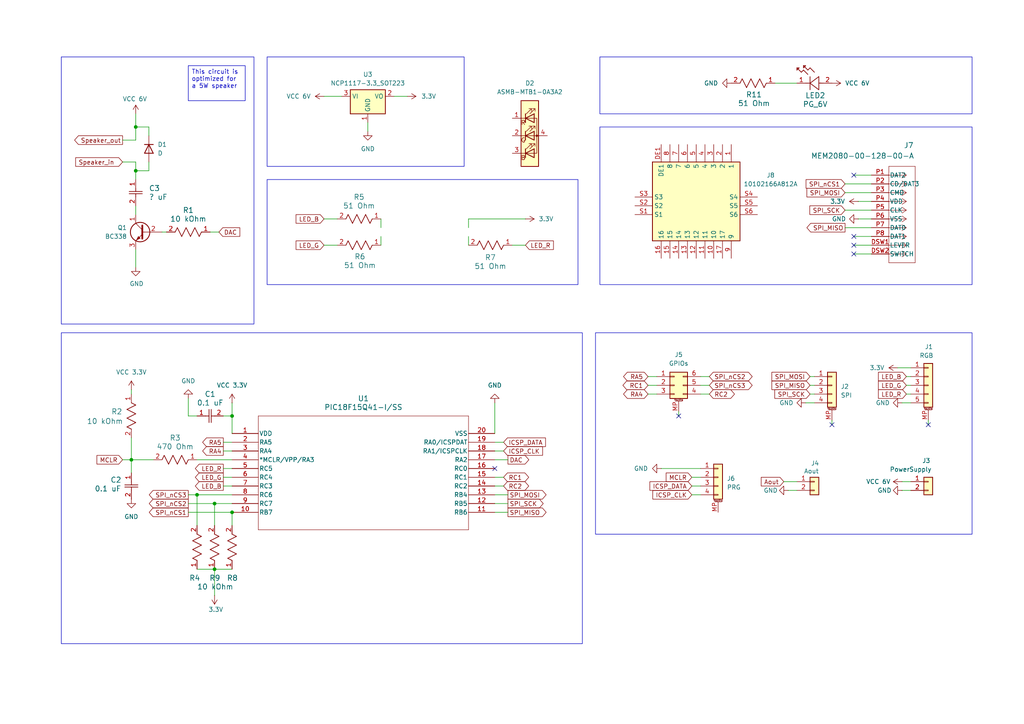
<source format=kicad_sch>
(kicad_sch (version 20231120) (generator "eeschema") (generator_version "8.0")
  (paper "A4")
  (lib_symbols
    (symbol "10102166A812A:10102166A812A"
      (property "Reference" "J" (at 31.75 15.24 0))
      (property "Value" "10102166A812A" (at 31.75 12.7 0))
      (symbol "10102166A812A_1_1"
        (pin passive line (at 27.94 15.24 270) (length 5.08) (name "1") (number "1"))
        (pin passive line (at 22.86 -17.78 90) (length 5.08) (name "10") (number "10"))
        (pin passive line (at 20.32 -17.78 90) (length 5.08) (name "11") (number "11"))
        (pin passive line (at 17.78 -17.78 90) (length 5.08) (name "12") (number "12"))
        (pin passive line (at 15.24 -17.78 90) (length 5.08) (name "13") (number "13"))
        (pin passive line (at 12.7 -17.78 90) (length 5.08) (name "14") (number "14"))
        (pin passive line (at 10.16 -17.78 90) (length 5.08) (name "15") (number "15"))
        (pin passive line (at 7.62 -17.78 90) (length 5.08) (name "16") (number "16"))
        (pin passive line (at 25.4 -17.78 90) (length 5.08) (name "17") (number "17"))
        (pin passive line (at 25.4 15.24 270) (length 5.08) (name "2") (number "2"))
        (pin passive line (at 22.86 15.24 270) (length 5.08) (name "3") (number "3"))
        (pin passive line (at 20.32 15.24 270) (length 5.08) (name "4") (number "4"))
        (pin passive line (at 17.78 15.24 270) (length 5.08) (name "5") (number "5"))
        (pin passive line (at 15.24 15.24 270) (length 5.08) (name "6") (number "6"))
        (pin passive line (at 12.7 15.24 270) (length 5.08) (name "7") (number "7"))
        (pin passive line (at 10.16 15.24 270) (length 5.08) (name "8") (number "8"))
        (pin passive line (at 27.94 -17.78 90) (length 5.08) (name "9") (number "9"))
        (pin passive line (at 7.62 15.24 270) (length 5.08) (name "DE1") (number "DE1"))
        (pin passive line (at 0 -5.08 0) (length 5.08) (name "S1") (number "S1"))
        (pin passive line (at 0 -2.54 0) (length 5.08) (name "S2") (number "S2"))
        (pin passive line (at 0 0 0) (length 5.08) (name "S3") (number "S3"))
        (pin passive line (at 35.56 0 180) (length 5.08) (name "S4") (number "S4"))
        (pin passive line (at 35.56 -2.54 180) (length 5.08) (name "S5") (number "S5"))
        (pin passive line (at 35.56 -5.08 180) (length 5.08) (name "S6") (number "S6"))
      )
    )
    (symbol "C0603C103M5RAC7411:C0603C103M5RAC7411" (pin_names (offset 0.254))
      (property "Reference" "C" (at 3.81 3.81 0))
      (property "Value" "C0603C103M5RAC7411" (at 3.81 -3.81 0))
      (symbol "C0603C103M5RAC7411_1_1"
        (pin unspecified line (at 0 0 0) (length 2.54) (name "") (number "1"))
        (pin unspecified line (at 7.62 0 180) (length 2.54) (name "") (number "2"))
      )
      (symbol "C0603C103M5RAC7411_1_2"
        (pin unspecified line (at 0 0 270) (length 2.54) (name "") (number "1"))
        (pin unspecified line (at 0 -7.62 90) (length 2.54) (name "") (number "2"))
      )
    )
    (symbol "Connector_Generic:Conn_01x02" (pin_names (offset 1.016) hide)
      (property "Reference" "J" (at 0 2.54 0))
      (property "Value" "Conn_01x02" (at 0 -5.08 0))
      (symbol "Conn_01x02_1_1"
        (pin passive line (at -5.08 0 0) (length 3.81) (name "Pin_1") (number "1"))
        (pin passive line (at -5.08 -2.54 0) (length 3.81) (name "Pin_2") (number "2"))
      )
    )
    (symbol "Connector_Generic_MountingPin:Conn_01x04_MountingPin" (pin_names (offset 1.016) hide)
      (property "Reference" "J" (at 0 5.08 0))
      (property "Value" "Conn_01x04_MountingPin" (at 1.27 -7.62 0))
      (symbol "Conn_01x04_MountingPin_1_1"
        (text "Mounting" (at 0 -6.731 0) (effects (font (size 0.381 0.381))))
        (pin passive line (at -5.08 2.54 0) (length 3.81) (name "Pin_1") (number "1"))
        (pin passive line (at -5.08 0 0) (length 3.81) (name "Pin_2") (number "2"))
        (pin passive line (at -5.08 -2.54 0) (length 3.81) (name "Pin_3") (number "3"))
        (pin passive line (at -5.08 -5.08 0) (length 3.81) (name "Pin_4") (number "4"))
        (pin passive line (at 0 -10.16 90) (length 3.048) (name "MountPin") (number "MP"))
      )
    )
    (symbol "Connector_Generic_MountingPin:Conn_01x05_MountingPin" (pin_names (offset 1.016) hide)
      (property "Reference" "J" (at 0 7.62 0))
      (property "Value" "Conn_01x05_MountingPin" (at 1.27 -7.62 0))
      (symbol "Conn_01x05_MountingPin_1_1"
        (text "Mounting" (at 0 -6.731 0) (effects (font (size 0.381 0.381))))
        (pin passive line (at -5.08 5.08 0) (length 3.81) (name "Pin_1") (number "1"))
        (pin passive line (at -5.08 2.54 0) (length 3.81) (name "Pin_2") (number "2"))
        (pin passive line (at -5.08 0 0) (length 3.81) (name "Pin_3") (number "3"))
        (pin passive line (at -5.08 -2.54 0) (length 3.81) (name "Pin_4") (number "4"))
        (pin passive line (at -5.08 -5.08 0) (length 3.81) (name "Pin_5") (number "5"))
        (pin passive line (at 0 -10.16 90) (length 3.048) (name "MountPin") (number "MP"))
      )
    )
    (symbol "Connector_Generic_MountingPin:Conn_02x03_Counter_Clockwise_MountingPin" (pin_names (offset 1.016) hide)
      (property "Reference" "J" (at 1.27 5.08 0))
      (property "Value" "Conn_02x03_Counter_Clockwise_MountingPin" (at 2.54 -5.08 0))
      (symbol "Conn_02x03_Counter_Clockwise_MountingPin_1_1"
        (text "Mounting" (at 1.27 -4.191 0) (effects (font (size 0.381 0.381))))
        (pin passive line (at -5.08 2.54 0) (length 3.81) (name "Pin_1") (number "1"))
        (pin passive line (at -5.08 0 0) (length 3.81) (name "Pin_2") (number "2"))
        (pin passive line (at -5.08 -2.54 0) (length 3.81) (name "Pin_3") (number "3"))
        (pin passive line (at 7.62 -2.54 180) (length 3.81) (name "Pin_4") (number "4"))
        (pin passive line (at 7.62 0 180) (length 3.81) (name "Pin_5") (number "5"))
        (pin passive line (at 7.62 2.54 180) (length 3.81) (name "Pin_6") (number "6"))
        (pin passive line (at 1.27 -7.62 90) (length 3.048) (name "MountPin") (number "MP"))
      )
    )
    (symbol "Device:D" (pin_numbers hide) (pin_names (offset 1.016) hide)
      (property "Reference" "D" (at 0 2.54 0))
      (property "Value" "D" (at 0 -2.54 0))
      (symbol "D_1_1"
        (pin passive line (at -3.81 0 0) (length 2.54) (name "K") (number "1"))
        (pin passive line (at 3.81 0 180) (length 2.54) (name "A") (number "2"))
      )
    )
    (symbol "JB3030AWT-P-B65EA0000-N0000001:JB3030AWT-P-B65EA0000-N0000001" (pin_names (offset 0.254))
      (property "Reference" "LED" (at 5.08 -4.445 0))
      (property "Value" "JB3030AWT-P-B65EA0000-N0000001" (at 5.08 -7.62 0))
      (symbol "JB3030AWT-P-B65EA0000-N0000001_1_1"
        (pin unspecified line (at 10.16 0 180) (length 2.54) (name "") (number "1"))
        (pin unspecified line (at 0 0 0) (length 2.54) (name "") (number "2"))
      )
      (symbol "JB3030AWT-P-B65EA0000-N0000001_1_2"
        (pin unspecified line (at 0 10.16 270) (length 2.54) (name "") (number "1"))
        (pin unspecified line (at 0 0 90) (length 2.54) (name "") (number "2"))
      )
    )
    (symbol "LED:ASMB-MTB1-0A3A2" (pin_names (offset 0) hide)
      (property "Reference" "D" (at 0 12.7 0))
      (property "Value" "ASMB-MTB1-0A3A2" (at 1.27 -11.43 0))
      (symbol "ASMB-MTB1-0A3A2_0_0"
        (text "B" (at -1.905 -6.35 0) (effects (font (size 1.27 1.27))))
        (text "G" (at -1.905 -1.27 0) (effects (font (size 1.27 1.27))))
        (text "R" (at -1.905 3.81 0) (effects (font (size 1.27 1.27))))
      )
      (symbol "ASMB-MTB1-0A3A2_1_1"
        (pin passive line (at -5.08 5.08 0) (length 2.54) (name "RK") (number "1"))
        (pin passive line (at -5.08 0 0) (length 2.54) (name "GK") (number "2"))
        (pin passive line (at -5.08 -5.08 0) (length 2.54) (name "BK") (number "3"))
        (pin passive line (at 5.08 0 180) (length 2.54) (name "A") (number "4"))
      )
    )
    (symbol "MEM2080-00-128-00-A:MEM2080-00-128-00-A" (pin_names (offset 0.254))
      (property "Reference" "J" (at 8.89 6.35 0))
      (property "Value" "MEM2080-00-128-00-A" (at 0 0 0))
      (symbol "MEM2080-00-128-00-A_1_1"
        (pin unspecified line (at 0 -20.32 0) (length 5.08) (name "LEVER") (number "DSW1"))
        (pin unspecified line (at 0 -22.86 0) (length 5.08) (name "SWITCH") (number "DSW2"))
        (pin unspecified line (at 0 0 0) (length 5.08) (name "DAT2") (number "P1"))
        (pin unspecified line (at 0 -2.54 0) (length 5.08) (name "CD/DAT3") (number "P2"))
        (pin unspecified line (at 0 -5.08 0) (length 5.08) (name "CMD") (number "P3"))
        (pin unspecified line (at 0 -7.62 0) (length 5.08) (name "VDD") (number "P4"))
        (pin unspecified line (at 0 -10.16 0) (length 5.08) (name "CLK") (number "P5"))
        (pin unspecified line (at 0 -12.7 0) (length 5.08) (name "VSS") (number "P6"))
        (pin unspecified line (at 0 -15.24 0) (length 5.08) (name "DAT0") (number "P7"))
        (pin unspecified line (at 0 -17.78 0) (length 5.08) (name "DAT1") (number "P8"))
      )
      (symbol "MEM2080-00-128-00-A_1_2"
        (pin unspecified line (at 0 -20.32 0) (length 5.08) (name "LEVER") (number "DSW1"))
        (pin unspecified line (at 0 -22.86 0) (length 5.08) (name "SWITCH") (number "DSW2"))
        (pin unspecified line (at 0 0 0) (length 5.08) (name "DAT2") (number "P1"))
        (pin unspecified line (at 0 -2.54 0) (length 5.08) (name "CD/DAT3") (number "P2"))
        (pin unspecified line (at 0 -5.08 0) (length 5.08) (name "CMD") (number "P3"))
        (pin unspecified line (at 0 -7.62 0) (length 5.08) (name "VDD") (number "P4"))
        (pin unspecified line (at 0 -10.16 0) (length 5.08) (name "CLK") (number "P5"))
        (pin unspecified line (at 0 -12.7 0) (length 5.08) (name "VSS") (number "P6"))
        (pin unspecified line (at 0 -15.24 0) (length 5.08) (name "DAT0") (number "P7"))
        (pin unspecified line (at 0 -17.78 0) (length 5.08) (name "DAT1") (number "P8"))
      )
    )
    (symbol "PIC18F15Q41-I-SS:PIC18F15Q41-I_SS" (pin_names (offset 0.254))
      (property "Reference" "U" (at 38.1 10.16 0))
      (property "Value" "PIC18F15Q41-I/SS" (at 38.1 7.62 0))
      (symbol "PIC18F15Q41-I_SS_0_1"
        (pin power_in line (at 0 0 0) (length 7.62) (name "VDD") (number "1"))
        (pin bidirectional line (at 0 -22.86 0) (length 7.62) (name "RB7") (number "10"))
        (pin bidirectional line (at 76.2 -22.86 180) (length 7.62) (name "RB6") (number "11"))
        (pin bidirectional line (at 76.2 -20.32 180) (length 7.62) (name "RB5") (number "12"))
        (pin bidirectional line (at 76.2 -17.78 180) (length 7.62) (name "RB4") (number "13"))
        (pin bidirectional line (at 76.2 -15.24 180) (length 7.62) (name "RC2") (number "14"))
        (pin bidirectional line (at 76.2 -12.7 180) (length 7.62) (name "RC1") (number "15"))
        (pin bidirectional line (at 76.2 -10.16 180) (length 7.62) (name "RC0") (number "16"))
        (pin bidirectional line (at 76.2 -7.62 180) (length 7.62) (name "RA2") (number "17"))
        (pin bidirectional line (at 76.2 -5.08 180) (length 7.62) (name "RA1/ICSPCLK") (number "18"))
        (pin bidirectional line (at 76.2 -2.54 180) (length 7.62) (name "RA0/ICSPDAT") (number "19"))
        (pin bidirectional line (at 0 -2.54 0) (length 7.62) (name "RA5") (number "2"))
        (pin power_out line (at 76.2 0 180) (length 7.62) (name "VSS") (number "20"))
        (pin bidirectional line (at 0 -5.08 0) (length 7.62) (name "RA4") (number "3"))
        (pin bidirectional line (at 0 -7.62 0) (length 7.62) (name "*MCLR/VPP/RA3") (number "4"))
        (pin bidirectional line (at 0 -10.16 0) (length 7.62) (name "RC5") (number "5"))
        (pin bidirectional line (at 0 -12.7 0) (length 7.62) (name "RC4") (number "6"))
        (pin bidirectional line (at 0 -15.24 0) (length 7.62) (name "RC3") (number "7"))
        (pin bidirectional line (at 0 -17.78 0) (length 7.62) (name "RC6") (number "8"))
        (pin bidirectional line (at 0 -20.32 0) (length 7.62) (name "RC7") (number "9"))
      )
    )
    (symbol "RT0402BRD07470RL:RT0402BRD07470RL" (pin_names (offset 0.254))
      (property "Reference" "R" (at 5.715 3.81 0))
      (property "Value" "RT0402BRD07470RL" (at 6.35 -3.81 0))
      (symbol "RT0402BRD07470RL_1_1"
        (pin unspecified line (at 12.7 0 180) (length 2.54) (name "") (number "1"))
        (pin unspecified line (at 0 0 0) (length 2.54) (name "") (number "2"))
      )
      (symbol "RT0402BRD07470RL_1_2"
        (pin unspecified line (at 0 12.7 270) (length 2.54) (name "") (number "1"))
        (pin unspecified line (at 0 0 90) (length 2.54) (name "") (number "2"))
      )
    )
    (symbol "RT0603DRE0710KL:RT0603DRE0710KL" (pin_names (offset 0.254))
      (property "Reference" "R" (at 5.715 3.81 0))
      (property "Value" "RT0603DRE0710KL" (at 6.35 -3.81 0))
      (symbol "RT0603DRE0710KL_1_1"
        (pin unspecified line (at 12.7 0 180) (length 2.54) (name "") (number "1"))
        (pin unspecified line (at 0 0 0) (length 2.54) (name "") (number "2"))
      )
      (symbol "RT0603DRE0710KL_1_2"
        (pin unspecified line (at 0 12.7 270) (length 2.54) (name "") (number "1"))
        (pin unspecified line (at 0 0 90) (length 2.54) (name "") (number "2"))
      )
    )
    (symbol "RT0603DRE0751RL:RT0603DRE0751RL" (pin_names (offset 0.254))
      (property "Reference" "R" (at 5.715 3.81 0))
      (property "Value" "RT0603DRE0751RL" (at 6.35 -3.81 0))
      (symbol "RT0603DRE0751RL_1_1"
        (pin unspecified line (at 12.7 0 180) (length 2.54) (name "") (number "1"))
        (pin unspecified line (at 0 0 0) (length 2.54) (name "") (number "2"))
      )
      (symbol "RT0603DRE0751RL_1_2"
        (pin unspecified line (at 0 12.7 270) (length 2.54) (name "") (number "1"))
        (pin unspecified line (at 0 0 90) (length 2.54) (name "") (number "2"))
      )
    )
    (symbol "Regulator_Linear:NCP1117-3.3_SOT223"
      (property "Reference" "U" (at -3.81 3.175 0))
      (property "Value" "NCP1117-3.3_SOT223" (at 0 3.175 0))
      (symbol "NCP1117-3.3_SOT223_1_1"
        (pin power_in line (at 0 -7.62 90) (length 2.54) (name "GND") (number "1"))
        (pin power_out line (at 7.62 0 180) (length 2.54) (name "VO") (number "2"))
        (pin power_in line (at -7.62 0 0) (length 2.54) (name "VI") (number "3"))
      )
    )
    (symbol "Transistor_BJT:BC338" (pin_names (offset 0) hide)
      (property "Reference" "Q" (at 5.08 1.905 0))
      (property "Value" "BC338" (at 5.08 0 0))
      (symbol "BC338_1_1"
        (pin passive line (at 2.54 5.08 270) (length 2.54) (name "C") (number "1"))
        (pin input line (at -5.08 0 0) (length 5.08) (name "B") (number "2"))
        (pin passive line (at 2.54 -5.08 90) (length 2.54) (name "E") (number "3"))
      )
    )
    (symbol "power:GND" (power) (pin_numbers hide) (pin_names (offset 0) hide)
      (property "Value" "GND" (at 0 -3.81 0))
      (symbol "GND_1_1"
        (pin power_in line (at 0 0 270) (length 0) (name "~") (number "1"))
      )
    )
    (symbol "power:VCC" (power) (pin_numbers hide) (pin_names (offset 0) hide)
      (property "Value" "VCC" (at 0 3.556 0))
      (symbol "VCC_1_1"
        (pin power_in line (at 0 0 90) (length 0) (name "~") (number "1"))
      )
    )
  )
  (junction (at 62.23 146.05))
  (junction (at 39.37 49.53))
  (junction (at 38.1 133.35))
  (junction (at 57.15 143.51))
  (junction (at 39.37 36.83))
  (junction (at 67.31 120.65))
  (junction (at 62.23 165.1))
  (junction (at 67.31 148.59))
  (no_connect (at 269.24 123.19))
  (no_connect (at 247.65 50.8))
  (no_connect (at 241.3 123.19))
  (no_connect (at 196.85 120.65))
  (no_connect (at 143.51 135.89))
  (no_connect (at 247.65 71.12))
  (no_connect (at 247.65 73.66))
  (no_connect (at 247.65 68.58))
  (wire (pts (xy 35.56 46.99) (xy 39.37 46.99)))
  (wire (pts (xy 247.65 71.12) (xy 252.73 71.12)))
  (wire (pts (xy 247.65 68.58) (xy 252.73 68.58)))
  (wire (pts (xy 135.89 68.58) (xy 135.89 71.12)))
  (wire (pts (xy 110.49 63.5) (xy 110.49 66.04)))
  (wire (pts (xy 262.89 114.3) (xy 264.16 114.3)))
  (wire (pts (xy 200.66 143.51) (xy 203.2 143.51)))
  (wire (pts (xy 143.51 148.59) (xy 147.32 148.59)))
  (wire (pts (xy 38.1 113.03) (xy 38.1 114.3)))
  (wire (pts (xy 234.95 114.3) (xy 236.22 114.3)))
  (wire (pts (xy 35.56 40.64) (xy 39.37 40.64)))
  (wire (pts (xy 38.1 133.35) (xy 38.1 127)))
  (wire (pts (xy 203.2 114.3) (xy 205.74 114.3)))
  (wire (pts (xy 64.77 130.81) (xy 67.31 130.81)))
  (wire (pts (xy 93.98 63.5) (xy 97.79 63.5)))
  (wire (pts (xy 187.96 111.76) (xy 190.5 111.76)))
  (wire (pts (xy 43.18 36.83) (xy 43.18 39.37)))
  (wire (pts (xy 143.51 133.35) (xy 147.32 133.35)))
  (wire (pts (xy 57.15 120.65) (xy 54.61 120.65)))
  (wire (pts (xy 62.23 172.72) (xy 62.23 165.1)))
  (wire (pts (xy 54.61 148.59) (xy 67.31 148.59)))
  (wire (pts (xy 262.89 109.22) (xy 264.16 109.22)))
  (wire (pts (xy 57.15 165.1) (xy 62.23 165.1)))
  (wire (pts (xy 248.92 63.5) (xy 252.73 63.5)))
  (wire (pts (xy 57.15 133.35) (xy 67.31 133.35)))
  (wire (pts (xy 143.51 130.81) (xy 146.05 130.81)))
  (wire (pts (xy 261.62 116.84) (xy 264.16 116.84)))
  (wire (pts (xy 64.77 128.27) (xy 67.31 128.27)))
  (wire (pts (xy 35.56 133.35) (xy 38.1 133.35)))
  (wire (pts (xy 143.51 138.43) (xy 146.05 138.43)))
  (wire (pts (xy 57.15 143.51) (xy 57.15 152.4)))
  (wire (pts (xy 234.95 109.22) (xy 236.22 109.22)))
  (wire (pts (xy 39.37 33.02) (xy 39.37 36.83)))
  (wire (pts (xy 234.95 111.76) (xy 236.22 111.76)))
  (wire (pts (xy 62.23 146.05) (xy 62.23 152.4)))
  (wire (pts (xy 245.11 55.88) (xy 252.73 55.88)))
  (wire (pts (xy 261.62 139.7) (xy 264.16 139.7)))
  (wire (pts (xy 135.89 63.5) (xy 135.89 66.04)))
  (wire (pts (xy 67.31 120.65) (xy 67.31 125.73)))
  (wire (pts (xy 60.96 67.31) (xy 63.5 67.31)))
  (wire (pts (xy 196.85 119.38) (xy 196.85 120.65)))
  (wire (pts (xy 187.96 114.3) (xy 190.5 114.3)))
  (wire (pts (xy 110.49 71.12) (xy 110.49 68.58)))
  (wire (pts (xy 106.68 35.56) (xy 106.68 38.1)))
  (wire (pts (xy 148.59 71.12) (xy 152.4 71.12)))
  (wire (pts (xy 57.15 143.51) (xy 67.31 143.51)))
  (wire (pts (xy 62.23 146.05) (xy 67.31 146.05)))
  (wire (pts (xy 245.11 53.34) (xy 252.73 53.34)))
  (wire (pts (xy 93.98 71.12) (xy 97.79 71.12)))
  (wire (pts (xy 143.51 146.05) (xy 147.32 146.05)))
  (wire (pts (xy 143.51 143.51) (xy 147.32 143.51)))
  (wire (pts (xy 227.33 139.7) (xy 231.14 139.7)))
  (wire (pts (xy 248.92 58.42) (xy 252.73 58.42)))
  (wire (pts (xy 261.62 142.24) (xy 264.16 142.24)))
  (wire (pts (xy 233.68 116.84) (xy 236.22 116.84)))
  (wire (pts (xy 143.51 116.84) (xy 143.51 125.73)))
  (wire (pts (xy 200.66 138.43) (xy 203.2 138.43)))
  (wire (pts (xy 200.66 140.97) (xy 203.2 140.97)))
  (wire (pts (xy 114.3 27.94) (xy 118.11 27.94)))
  (wire (pts (xy 43.18 36.83) (xy 39.37 36.83)))
  (wire (pts (xy 43.18 49.53) (xy 39.37 49.53)))
  (wire (pts (xy 64.77 138.43) (xy 67.31 138.43)))
  (wire (pts (xy 39.37 49.53) (xy 39.37 52.07)))
  (wire (pts (xy 228.6 142.24) (xy 231.14 142.24)))
  (wire (pts (xy 245.11 60.96) (xy 252.73 60.96)))
  (wire (pts (xy 39.37 59.69) (xy 39.37 62.23)))
  (wire (pts (xy 191.77 135.89) (xy 203.2 135.89)))
  (wire (pts (xy 203.2 111.76) (xy 205.74 111.76)))
  (wire (pts (xy 143.51 128.27) (xy 146.05 128.27)))
  (wire (pts (xy 64.77 135.89) (xy 67.31 135.89)))
  (wire (pts (xy 64.77 140.97) (xy 67.31 140.97)))
  (wire (pts (xy 67.31 152.4) (xy 67.31 148.59)))
  (wire (pts (xy 54.61 143.51) (xy 57.15 143.51)))
  (wire (pts (xy 187.96 109.22) (xy 190.5 109.22)))
  (wire (pts (xy 67.31 165.1) (xy 62.23 165.1)))
  (wire (pts (xy 203.2 109.22) (xy 205.74 109.22)))
  (wire (pts (xy 245.11 66.04) (xy 252.73 66.04)))
  (wire (pts (xy 262.89 111.76) (xy 264.16 111.76)))
  (wire (pts (xy 135.89 63.5) (xy 152.4 63.5)))
  (wire (pts (xy 54.61 146.05) (xy 62.23 146.05)))
  (wire (pts (xy 224.79 24.13) (xy 231.14 24.13)))
  (wire (pts (xy 43.18 46.99) (xy 43.18 49.53)))
  (wire (pts (xy 54.61 120.65) (xy 54.61 115.57)))
  (wire (pts (xy 143.51 140.97) (xy 146.05 140.97)))
  (wire (pts (xy 44.45 133.35) (xy 38.1 133.35)))
  (wire (pts (xy 38.1 137.16) (xy 38.1 133.35)))
  (wire (pts (xy 260.35 106.68) (xy 264.16 106.68)))
  (wire (pts (xy 48.26 67.31) (xy 46.99 67.31)))
  (wire (pts (xy 39.37 36.83) (xy 39.37 40.64)))
  (wire (pts (xy 39.37 46.99) (xy 39.37 49.53)))
  (wire (pts (xy 247.65 50.8) (xy 252.73 50.8)))
  (wire (pts (xy 241.3 123.19) (xy 241.3 121.92)))
  (wire (pts (xy 93.98 27.94) (xy 99.06 27.94)))
  (wire (pts (xy 269.24 123.19) (xy 269.24 121.92)))
  (wire (pts (xy 247.65 73.66) (xy 252.73 73.66)))
  (wire (pts (xy 39.37 72.39) (xy 39.37 77.47)))
  (wire (pts (xy 64.77 120.65) (xy 67.31 120.65)))
  (wire (pts (xy 67.31 116.84) (xy 67.31 120.65)))
  (rectangle (start 17.78 96.52) (end 168.91 186.69))
  (rectangle (start 173.99 16.51) (end 281.94 33.02))
  (rectangle (start 77.47 16.51) (end 134.62 48.26))
  (rectangle (start 173.99 36.83) (end 281.94 82.55))
  (rectangle (start 77.47 52.07) (end 167.64 82.55))
  (rectangle (start 172.72 96.52) (end 281.94 154.94))
  (rectangle (start 17.78 16.51) (end 73.66 93.98))
  (text_box "This circuit is optimized for a 5W speaker" (at 54.61 19.05 0) (size 16.51 10.16) (effects (font (size 1.27 1.27)) (justify left top)))
  (global_label "SPI_nCS2" (shape output) (at 54.61 146.05 180) (property "Intersheetrefs" "${INTERSHEET_REFS}" (effects (hide yes))))
  (global_label "LED_R" (shape input) (at 152.4 71.12 0) (property "Intersheetrefs" "${INTERSHEET_REFS}" (effects (hide yes))))
  (global_label "RC2" (shape bidirectional) (at 205.74 114.3 0) (property "Intersheetrefs" "${INTERSHEET_REFS}" (effects (hide yes))))
  (global_label "SPI_MISO" (shape output) (at 245.11 66.04 180) (property "Intersheetrefs" "${INTERSHEET_REFS}" (effects (hide yes))))
  (global_label "LED_B" (shape output) (at 64.77 140.97 180) (property "Intersheetrefs" "${INTERSHEET_REFS}" (effects (hide yes))))
  (global_label "Speaker_in " (shape input) (at 35.56 46.99 180) (property "Intersheetrefs" "${INTERSHEET_REFS}" (effects (hide yes))))
  (global_label "DAC" (shape input) (at 63.5 67.31 0) (property "Intersheetrefs" "${INTERSHEET_REFS}" (effects (hide yes))))
  (global_label "DAC" (shape output) (at 147.32 133.35 0) (property "Intersheetrefs" "${INTERSHEET_REFS}" (effects (hide yes))))
  (global_label "SPI_MOSI" (shape input) (at 245.11 55.88 180) (property "Intersheetrefs" "${INTERSHEET_REFS}" (effects (hide yes))))
  (global_label "MCLR" (shape input) (at 200.66 138.43 180) (property "Intersheetrefs" "${INTERSHEET_REFS}" (effects (hide yes))))
  (global_label "RC2" (shape bidirectional) (at 146.05 140.97 0) (property "Intersheetrefs" "${INTERSHEET_REFS}" (effects (hide yes))))
  (global_label "RC1" (shape bidirectional) (at 187.96 111.76 180) (property "Intersheetrefs" "${INTERSHEET_REFS}" (effects (hide yes))))
  (global_label "ICSP_DATA" (shape input) (at 200.66 140.97 180) (property "Intersheetrefs" "${INTERSHEET_REFS}" (effects (hide yes))))
  (global_label "LED_B" (shape input) (at 262.89 109.22 180) (property "Intersheetrefs" "${INTERSHEET_REFS}" (effects (hide yes))))
  (global_label "RC1" (shape bidirectional) (at 146.05 138.43 0) (property "Intersheetrefs" "${INTERSHEET_REFS}" (effects (hide yes))))
  (global_label "SPI_MISO" (shape output) (at 147.32 148.59 0) (property "Intersheetrefs" "${INTERSHEET_REFS}" (effects (hide yes))))
  (global_label "ICSP_DATA" (shape input) (at 146.05 128.27 0) (property "Intersheetrefs" "${INTERSHEET_REFS}" (effects (hide yes))))
  (global_label "SPI_MOSI" (shape input) (at 234.95 109.22 180) (property "Intersheetrefs" "${INTERSHEET_REFS}" (effects (hide yes))))
  (global_label "SPI_SCK" (shape output) (at 147.32 146.05 0) (property "Intersheetrefs" "${INTERSHEET_REFS}" (effects (hide yes))))
  (global_label "LED_G" (shape output) (at 64.77 138.43 180) (property "Intersheetrefs" "${INTERSHEET_REFS}" (effects (hide yes))))
  (global_label "Speaker_out" (shape output) (at 35.56 40.64 180) (property "Intersheetrefs" "${INTERSHEET_REFS}" (effects (hide yes))))
  (global_label "MCLR" (shape input) (at 35.56 133.35 180) (property "Intersheetrefs" "${INTERSHEET_REFS}" (effects (hide yes))))
  (global_label "RA5" (shape bidirectional) (at 187.96 109.22 180) (property "Intersheetrefs" "${INTERSHEET_REFS}" (effects (hide yes))))
  (global_label "RA5" (shape output) (at 64.77 128.27 180) (property "Intersheetrefs" "${INTERSHEET_REFS}" (effects (hide yes))))
  (global_label "ICSP_CLK" (shape input) (at 200.66 143.51 180) (property "Intersheetrefs" "${INTERSHEET_REFS}" (effects (hide yes))))
  (global_label "LED_B" (shape input) (at 93.98 63.5 180) (property "Intersheetrefs" "${INTERSHEET_REFS}" (effects (hide yes))))
  (global_label "RA4" (shape bidirectional) (at 187.96 114.3 180) (property "Intersheetrefs" "${INTERSHEET_REFS}" (effects (hide yes))))
  (global_label "SPI_nCS2" (shape bidirectional) (at 205.74 109.22 0) (property "Intersheetrefs" "${INTERSHEET_REFS}" (effects (hide yes))))
  (global_label "LED_G" (shape input) (at 262.89 111.76 180) (property "Intersheetrefs" "${INTERSHEET_REFS}" (effects (hide yes))))
  (global_label "LED_G" (shape input) (at 93.98 71.12 180) (property "Intersheetrefs" "${INTERSHEET_REFS}" (effects (hide yes))))
  (global_label "SPI_MISO" (shape input) (at 234.95 111.76 180) (property "Intersheetrefs" "${INTERSHEET_REFS}" (effects (hide yes))))
  (global_label "RA4" (shape output) (at 64.77 130.81 180) (property "Intersheetrefs" "${INTERSHEET_REFS}" (effects (hide yes))))
  (global_label "ICSP_CLK" (shape input) (at 146.05 130.81 0) (property "Intersheetrefs" "${INTERSHEET_REFS}" (effects (hide yes))))
  (global_label "LED_R" (shape output) (at 64.77 135.89 180) (property "Intersheetrefs" "${INTERSHEET_REFS}" (effects (hide yes))))
  (global_label "SPI_nCS3" (shape output) (at 54.61 143.51 180) (property "Intersheetrefs" "${INTERSHEET_REFS}" (effects (hide yes))))
  (global_label "SPI_nCS3" (shape bidirectional) (at 205.74 111.76 0) (property "Intersheetrefs" "${INTERSHEET_REFS}" (effects (hide yes))))
  (global_label "SPI_SCK" (shape input) (at 245.11 60.96 180) (property "Intersheetrefs" "${INTERSHEET_REFS}" (effects (hide yes))))
  (global_label "Aout" (shape input) (at 227.33 139.7 180) (property "Intersheetrefs" "${INTERSHEET_REFS}" (effects (hide yes))))
  (global_label "LED_R" (shape input) (at 262.89 114.3 180) (property "Intersheetrefs" "${INTERSHEET_REFS}" (effects (hide yes))))
  (global_label "SPI_nCS1" (shape output) (at 54.61 148.59 180) (property "Intersheetrefs" "${INTERSHEET_REFS}" (effects (hide yes))))
  (global_label "SPI_SCK" (shape input) (at 234.95 114.3 180) (property "Intersheetrefs" "${INTERSHEET_REFS}" (effects (hide yes))))
  (global_label "SPI_nCS1" (shape input) (at 245.11 53.34 180) (property "Intersheetrefs" "${INTERSHEET_REFS}" (effects (hide yes))))
  (global_label "SPI_MOSI" (shape output) (at 147.32 143.51 0) (property "Intersheetrefs" "${INTERSHEET_REFS}" (effects (hide yes))))
  (symbol (lib_id "MEM2080-00-128-00-A:MEM2080-00-128-00-A") (at 252.73 50.8 0) (unit 1)
    (property "Reference" "J7" (at 262.128 42.164 0) (effects (font (size 1.524 1.524)) (justify left)))
    (property "Value" "MEM2080-00-128-00-A" (at 235.204 45.212 0) (effects (font (size 1.524 1.524)) (justify left)))
    (property "Footprint" "MEM2080-00-128-00-A:CONN_MEM2080-00-128-00-A_GCT" (effects (hide yes)))
    (property "Datasheet" "MEM2080-00-128-00-A" (effects (hide yes)))
  )
  (symbol (lib_id "power:GND") (at 191.77 135.89 270) (unit 1)
    (property "Reference" "#PWR019" (effects (hide yes)))
    (property "Value" "GND" (at 187.96 135.8899 90) (effects (justify right)))
    (property "Description" "Power symbol creates a global label with name \"GND\" , ground" (effects (hide yes)))
  )
  (symbol (lib_id "power:GND") (at 38.1 144.78 0) (unit 1)
    (property "Reference" "#PWR05" (effects (hide yes)))
    (property "Value" "GND" (at 38.1 149.86 0))
    (property "Description" "Power symbol creates a global label with name \"GND\" , ground" (effects (hide yes)))
  )
  (symbol (lib_id "Connector_Generic_MountingPin:Conn_01x04_MountingPin") (at 241.3 111.76 0) (unit 1)
    (property "Reference" "J2" (at 243.84 112.1155 0) (effects (justify left)))
    (property "Value" "SPI" (at 243.84 114.6555 0) (effects (justify left)))
    (property "Footprint" "Connector_Hirose:Hirose_DF13-04P-1.25DSA_1x04_P1.25mm_Vertical" (effects (hide yes)))
    (property "Description" "Generic connectable mounting pin connector, single row, 01x04, script generated (kicad-library-utils/schlib/autogen/connector/)" (effects (hide yes)))
  )
  (symbol (lib_id "power:VCC") (at 118.11 27.94 270) (unit 1)
    (property "Reference" "#PWR012" (effects (hide yes)))
    (property "Value" "3.3V" (at 122.174 27.94 90) (effects (justify left)))
    (property "Description" "Power symbol creates a global label with name \"VCC\"" (effects (hide yes)))
  )
  (symbol (lib_id "power:GND") (at 39.37 77.47 0) (unit 1)
    (property "Reference" "#PWR021" (effects (hide yes)))
    (property "Value" "GND" (at 39.624 82.296 0))
    (property "Description" "Power symbol creates a global label with name \"GND\" , ground" (effects (hide yes)))
  )
  (symbol (lib_id "RT0603DRE0751RL:RT0603DRE0751RL") (at 135.89 71.12 0) (unit 1)
    (property "Reference" "R7" (at 142.24 74.676 0) (effects (font (size 1.524 1.524))))
    (property "Value" "51 Ohm" (at 142.24 77.216 0) (effects (font (size 1.524 1.524))))
    (property "Footprint" "RT0603DRE0710KL:RC0603N_YAG" (effects (hide yes)))
    (property "Datasheet" "RT0603DRE0751RL" (effects (hide yes)))
  )
  (symbol (lib_id "power:GND") (at 233.68 116.84 270) (unit 1)
    (property "Reference" "#PWR09" (effects (hide yes)))
    (property "Value" "GND" (at 228.092 116.84 90))
    (property "Description" "Power symbol creates a global label with name \"GND\" , ground" (effects (hide yes)))
  )
  (symbol (lib_id "power:VCC") (at 38.1 113.03 0) (unit 1)
    (property "Reference" "#PWR04" (effects (hide yes)))
    (property "Value" "VCC 3.3V" (at 38.1 107.95 0))
    (property "Description" "Power symbol creates a global label with name \"VCC\"" (effects (hide yes)))
  )
  (symbol (lib_id "power:VCC") (at 152.4 63.5 270) (unit 1)
    (property "Reference" "#PWR013" (effects (hide yes)))
    (property "Value" "3.3V" (at 156.21 63.4999 90) (effects (justify left)))
    (property "Description" "Power symbol creates a global label with name \"VCC\"" (effects (hide yes)))
  )
  (symbol (lib_id "RT0603DRE0710KL:RT0603DRE0710KL") (at 38.1 127 90) (unit 1)
    (property "Reference" "R2" (at 32.258 119.38 90) (effects (font (size 1.524 1.524)) (justify right)))
    (property "Value" "10 kOhm" (at 25.146 122.174 90) (effects (font (size 1.524 1.524)) (justify right)))
    (property "Footprint" "RT0603DRE0710KL:RC0603N_YAG" (effects (hide yes)))
    (property "Datasheet" "RT0603DRE0710KL" (effects (hide yes)))
  )
  (symbol (lib_id "Transistor_BJT:BC338") (at 41.91 67.31 0) (mirror y) (unit 1)
    (property "Reference" "Q1" (at 36.83 66.0399 0) (effects (justify left)))
    (property "Value" "BC338" (at 36.83 68.5799 0) (effects (justify left)))
    (property "Footprint" "Package_TO_SOT_THT:TO-92_Inline" (effects (hide yes)))
    (property "Datasheet" "http://diotec.com/tl_files/diotec/files/pdf/datasheets/bc337" (effects (hide yes)))
    (property "Description" "0.8A Ic, 25V Vce, NPN Transistor, TO-92" (effects (hide yes)))
  )
  (symbol (lib_id "RT0603DRE0751RL:RT0603DRE0751RL") (at 97.79 71.12 0) (unit 1)
    (property "Reference" "R6" (at 104.394 74.422 0) (effects (font (size 1.524 1.524))))
    (property "Value" "51 Ohm" (at 104.394 76.962 0) (effects (font (size 1.524 1.524))))
    (property "Footprint" "RT0603DRE0710KL:RC0603N_YAG" (effects (hide yes)))
    (property "Datasheet" "RT0603DRE0751RL" (effects (hide yes)))
  )
  (symbol (lib_id "power:GND") (at 143.51 116.84 180) (unit 1)
    (property "Reference" "#PWR01" (effects (hide yes)))
    (property "Value" "GND" (at 143.51 111.76 0))
    (property "Description" "Power symbol creates a global label with name \"GND\" , ground" (effects (hide yes)))
  )
  (symbol (lib_id "power:GND") (at 261.62 116.84 270) (unit 1)
    (property "Reference" "#PWR08" (effects (hide yes)))
    (property "Value" "GND" (at 256.032 116.84 90))
    (property "Description" "Power symbol creates a global label with name \"GND\" , ground" (effects (hide yes)))
  )
  (symbol (lib_id "C0603C103M5RAC7411:C0603C103M5RAC7411") (at 38.1 137.16 270) (unit 1)
    (property "Reference" "C2" (at 32.004 139.192 90) (effects (font (size 1.524 1.524)) (justify left)))
    (property "Value" "0.1 uF" (at 27.432 141.732 90) (effects (font (size 1.524 1.524)) (justify left)))
    (property "Footprint" "C0603C103M5RAC7411:CAPC17595_87N_KEM" (effects (hide yes)))
    (property "Datasheet" "C0603C103M5RAC7411" (effects (hide yes)))
  )
  (symbol (lib_id "Connector_Generic_MountingPin:Conn_02x03_Counter_Clockwise_MountingPin") (at 195.58 111.76 0) (unit 1)
    (property "Reference" "J5" (at 196.85 102.87 0))
    (property "Value" "GPIOs" (at 196.85 105.41 0))
    (property "Footprint" "Connector_PinHeader_2.00mm:PinHeader_2x03_P2.00mm_Vertical" (effects (hide yes)))
    (property "Description" "Generic connectable mounting pin connector, double row, 02x03, counter clockwise pin numbering scheme (similar to DIP package numbering), script generated (kicad-library-utils/schlib/autogen/connector/)" (effects (hide yes)))
  )
  (symbol (lib_id "power:VCC") (at 39.37 33.02 0) (unit 1)
    (property "Reference" "#PWR016" (effects (hide yes)))
    (property "Value" "VCC 6V" (at 39.116 28.702 0))
    (property "Description" "Power symbol creates a global label with name \"VCC\"" (effects (hide yes)))
  )
  (symbol (lib_id "power:GND") (at 248.92 63.5 270) (unit 1)
    (property "Reference" "#PWR022" (effects (hide yes)))
    (property "Value" "GND" (at 243.332 63.5 90))
    (property "Description" "Power symbol creates a global label with name \"GND\" , ground" (effects (hide yes)))
  )
  (symbol (lib_id "RT0603DRE0710KL:RT0603DRE0710KL") (at 57.15 152.4 270) (unit 1)
    (property "Reference" "R4" (at 54.864 167.64 90) (effects (font (size 1.524 1.524)) (justify left)))
    (property "Value" "10 kOhm" (at 57.15 170.18 90) (effects (font (size 1.524 1.524)) (justify left)))
    (property "Footprint" "RT0603DRE0710KL:RC0603N_YAG" (effects (hide yes)))
    (property "Datasheet" "RT0603DRE0710KL" (effects (hide yes)))
  )
  (symbol (lib_id "power:GND") (at 106.68 38.1 0) (unit 1)
    (property "Reference" "#PWR07" (effects (hide yes)))
    (property "Value" "GND" (at 106.68 43.18 0))
    (property "Description" "Power symbol creates a global label with name \"GND\" , ground" (effects (hide yes)))
  )
  (symbol (lib_id "power:VCC") (at 93.98 27.94 90) (unit 1)
    (property "Reference" "#PWR06" (effects (hide yes)))
    (property "Value" "VCC 6V" (at 90.17 27.9399 90) (effects (justify left)))
    (property "Description" "Power symbol creates a global label with name \"VCC\"" (effects (hide yes)))
  )
  (symbol (lib_id "power:VCC") (at 67.31 116.84 0) (unit 1)
    (property "Reference" "#PWR02" (effects (hide yes)))
    (property "Value" "VCC 3.3V" (at 67.31 111.76 0))
    (property "Description" "Power symbol creates a global label with name \"VCC\"" (effects (hide yes)))
  )
  (symbol (lib_id "power:VCC") (at 261.62 139.7 90) (unit 1)
    (property "Reference" "#PWR010" (effects (hide yes)))
    (property "Value" "VCC 6V" (at 254.762 139.7 90))
    (property "Description" "Power symbol creates a global label with name \"VCC\"" (effects (hide yes)))
  )
  (symbol (lib_id "PIC18F15Q41-I-SS:PIC18F15Q41-I_SS") (at 67.31 125.73 0) (unit 1)
    (property "Reference" "U1" (at 105.41 115.57 0) (effects (font (size 1.524 1.524))))
    (property "Value" "PIC18F15Q41-I/SS" (at 105.41 118.11 0) (effects (font (size 1.524 1.524))))
    (property "Footprint" "PIC18F15Q41-I-SS:SSOP20_SS_MCH" (effects (hide yes)))
    (property "Datasheet" "PIC18F15Q41-I/SS" (effects (hide yes)))
    (property "Sim.Library" "S:\\KiCad\\Downloads\\LIB_PIC18F15Q41-I_SS\\PIC18F15Q41-I_SS\\3D\\PIC18F15Q41-I_SS.stp" (effects (hide yes)))
  )
  (symbol (lib_id "RT0603DRE0710KL:RT0603DRE0710KL") (at 62.23 152.4 270) (unit 1)
    (property "Reference" "R9" (at 60.706 167.64 90) (effects (font (size 1.524 1.524)) (justify left)))
    (property "Value" "10 kOhm" (effects (hide yes)))
    (property "Footprint" "RT0603DRE0710KL:RC0603N_YAG" (effects (hide yes)))
    (property "Datasheet" "RT0603DRE0710KL" (effects (hide yes)))
  )
  (symbol (lib_id "Connector_Generic:Conn_01x02") (at 269.24 139.7 0) (unit 1)
    (property "Reference" "J3" (at 267.462 133.604 0) (effects (justify left)))
    (property "Value" "PowerSupply" (at 258.064 136.144 0) (effects (justify left)))
    (property "Footprint" "Connector_PinHeader_2.00mm:PinHeader_1x02_P2.00mm_Vertical" (effects (hide yes)))
    (property "Description" "Generic connector, single row, 01x02, script generated (kicad-library-utils/schlib/autogen/connector/)" (effects (hide yes)))
  )
  (symbol (lib_id "C0603C103M5RAC7411:C0603C103M5RAC7411") (at 57.15 120.65 0) (unit 1)
    (property "Reference" "C1" (at 60.96 114.3 0) (effects (font (size 1.524 1.524))))
    (property "Value" "0.1 uF" (at 60.96 116.84 0) (effects (font (size 1.524 1.524))))
    (property "Footprint" "C0603C103M5RAC7411:CAPC17595_87N_KEM" (effects (hide yes)))
    (property "Datasheet" "C0603C103M5RAC7411" (effects (hide yes)))
  )
  (symbol (lib_id "Connector_Generic_MountingPin:Conn_01x05_MountingPin") (at 269.24 111.76 0) (unit 1)
    (property "Reference" "J1" (at 268.224 100.584 0) (effects (justify left)))
    (property "Value" "RGB" (at 266.7 103.124 0) (effects (justify left)))
    (property "Footprint" "Connector_Hirose:Hirose_DF13-05P-1.25DSA_1x05_P1.25mm_Vertical" (effects (hide yes)))
    (property "Description" "Generic connectable mounting pin connector, single row, 01x05, script generated (kicad-library-utils/schlib/autogen/connector/)" (effects (hide yes)))
  )
  (symbol (lib_id "Regulator_Linear:NCP1117-3.3_SOT223") (at 106.68 27.94 0) (unit 1)
    (property "Reference" "U3" (at 106.68 21.59 0))
    (property "Value" "NCP1117-3.3_SOT223" (at 106.68 24.13 0))
    (property "Footprint" "Package_TO_SOT_SMD:SOT-223-3_TabPin2" (effects (hide yes)))
    (property "Datasheet" "http://www.onsemi.com/pub_link/Collateral/NCP1117-D.PDF" (effects (hide yes)))
    (property "Description" "1A Low drop-out regulator, Fixed Output 3.3V, SOT-223" (effects (hide yes)))
  )
  (symbol (lib_id "power:GND") (at 54.61 115.57 180) (unit 1)
    (property "Reference" "#PWR03" (effects (hide yes)))
    (property "Value" "GND" (at 54.61 110.49 0))
    (property "Description" "Power symbol creates a global label with name \"GND\" , ground" (effects (hide yes)))
  )
  (symbol (lib_id "Device:D") (at 43.18 43.18 270) (unit 1)
    (property "Reference" "D1" (at 45.72 41.9099 90) (effects (justify left)))
    (property "Value" "D" (at 45.72 44.4499 90) (effects (justify left)))
    (property "Footprint" "Diode_SMD:D_0603_1608Metric_Pad1.05x0.95mm_HandSolder" (effects (hide yes)))
    (property "Description" "Diode" (effects (hide yes)))
    (property "Sim.Device" "D" (effects (hide yes)))
    (property "Sim.Pins" "1=K 2=A" (effects (hide yes)))
  )
  (symbol (lib_id "RT0603DRE0710KL:RT0603DRE0710KL") (at 67.31 152.4 270) (unit 1)
    (property "Reference" "R8" (at 65.786 167.64 90) (effects (font (size 1.524 1.524)) (justify left)))
    (property "Value" "10 kOhm" (effects (hide yes)))
    (property "Footprint" "RT0603DRE0710KL:RC0603N_YAG" (effects (hide yes)))
    (property "Datasheet" "RT0603DRE0710KL" (effects (hide yes)))
  )
  (symbol (lib_id "RT0603DRE0710KL:RT0603DRE0710KL") (at 48.26 67.31 0) (unit 1)
    (property "Reference" "R1" (at 54.61 60.96 0) (effects (font (size 1.524 1.524))))
    (property "Value" "10 kOhm" (at 54.61 63.5 0) (effects (font (size 1.524 1.524))))
    (property "Footprint" "RT0603DRE0710KL:RC0603N_YAG" (effects (hide yes)))
    (property "Datasheet" "RT0603DRE0710KL" (effects (hide yes)))
  )
  (symbol (lib_id "Connector_Generic:Conn_01x02") (at 236.22 139.7 0) (unit 1)
    (property "Reference" "J4" (at 235.204 134.366 0) (effects (justify left)))
    (property "Value" "Aout" (at 233.172 136.652 0) (effects (justify left)))
    (property "Footprint" "Connector_PinHeader_2.00mm:PinHeader_1x02_P2.00mm_Vertical" (effects (hide yes)))
    (property "Description" "Generic connector, single row, 01x02, script generated (kicad-library-utils/schlib/autogen/connector/)" (effects (hide yes)))
  )
  (symbol (lib_id "power:VCC") (at 248.92 58.42 90) (mirror x) (unit 1)
    (property "Reference" "#PWR023" (effects (hide yes)))
    (property "Value" "3.3V" (at 245.11 58.4199 90) (effects (justify left)))
    (property "Description" "Power symbol creates a global label with name \"VCC\"" (effects (hide yes)))
  )
  (symbol (lib_id "LED:ASMB-MTB1-0A3A2") (at 153.67 39.37 0) (unit 1)
    (property "Reference" "D2" (at 153.67 24.13 0))
    (property "Value" "ASMB-MTB1-0A3A2" (at 153.67 26.67 0))
    (property "Footprint" "LED_SMD:LED_Wurth_150044M155260" (effects (hide yes)))
    (property "Datasheet" "https://docs.broadcom.com/docs/AV02-4194EN" (effects (hide yes)))
    (property "Description" "Tricolor Black Surface LED, Common Anode Pin 4, PLCC-4" (effects (hide yes)))
  )
  (symbol (lib_id "power:VCC") (at 241.3 24.13 270) (unit 1)
    (property "Reference" "#PWR017" (effects (hide yes)))
    (property "Value" "VCC 6V" (at 245.11 24.1299 90) (effects (justify left)))
    (property "Description" "Power symbol creates a global label with name \"VCC\"" (effects (hide yes)))
  )
  (symbol (lib_id "10102166A812A:10102166A812A") (at 184.15 57.15 0) (unit 1)
    (property "Reference" "J8" (at 223.52 50.8314 0))
    (property "Value" "10102166A812A" (at 223.52 53.3714 0))
    (property "Footprint" "10102166A812A" (effects (hide yes)))
    (property "Datasheet" "https://cdn.amphenol-cs.com/media/wysiwyg/files/documentation/datasheet/inputoutput/io_micro_sd_express.pdf" (effects (hide yes)))
    (property "Description" "Micro SD express, 3 in 1 solution, push pull type, 30uin. gold, Height=1.55mm" (effects (hide yes)))
    (property "Height" "1.65" (effects (hide yes)))
    (property "Manufacturer_Name" "Amphenol Communications Solutions" (effects (hide yes)))
    (property "Manufacturer_Part_Number" "10102166A812A" (effects (hide yes)))
  )
  (symbol (lib_id "RT0603DRE0751RL:RT0603DRE0751RL") (at 97.79 63.5 0) (unit 1)
    (property "Reference" "R5" (at 104.14 57.15 0) (effects (font (size 1.524 1.524))))
    (property "Value" "51 Ohm" (at 104.14 59.69 0) (effects (font (size 1.524 1.524))))
    (property "Footprint" "RT0603DRE0710KL:RC0603N_YAG" (effects (hide yes)))
    (property "Datasheet" "RT0603DRE0751RL" (effects (hide yes)))
  )
  (symbol (lib_id "RT0402BRD07470RL:RT0402BRD07470RL") (at 44.45 133.35 0) (unit 1)
    (property "Reference" "R3" (at 50.8 127 0) (effects (font (size 1.524 1.524))))
    (property "Value" "470 Ohm" (at 50.8 129.54 0) (effects (font (size 1.524 1.524))))
    (property "Footprint" "RT0402BRD07470RL:RC0402N_YAG" (effects (hide yes)))
    (property "Datasheet" "RT0402BRD07470RL" (effects (hide yes)))
  )
  (symbol (lib_id "C0603C103M5RAC7411:C0603C103M5RAC7411") (at 39.37 52.07 270) (unit 1)
    (property "Reference" "C3" (at 43.18 54.6099 90) (effects (font (size 1.524 1.524)) (justify left)))
    (property "Value" "? uF" (at 43.18 57.1499 90) (effects (font (size 1.524 1.524)) (justify left)))
    (property "Footprint" "C0603C103M5RAC7411:CAPC17595_87N_KEM" (effects (hide yes)))
    (property "Datasheet" "C0603C103M5RAC7411" (effects (hide yes)))
  )
  (symbol (lib_id "power:GND") (at 212.09 24.13 270) (unit 1)
    (property "Reference" "#PWR018" (effects (hide yes)))
    (property "Value" "GND" (at 208.28 24.1299 90) (effects (justify right)))
    (property "Description" "Power symbol creates a global label with name \"GND\" , ground" (effects (hide yes)))
  )
  (symbol (lib_id "power:VCC") (at 62.23 172.72 180) (unit 1)
    (property "Reference" "#PWR015" (effects (hide yes)))
    (property "Value" "3.3V" (at 64.77 176.784 0) (effects (justify left)))
    (property "Description" "Power symbol creates a global label with name \"VCC\"" (effects (hide yes)))
  )
  (symbol (lib_id "power:GND") (at 261.62 142.24 270) (unit 1)
    (property "Reference" "#PWR011" (effects (hide yes)))
    (property "Value" "GND" (at 256.54 142.24 90))
    (property "Description" "Power symbol creates a global label with name \"GND\" , ground" (effects (hide yes)))
  )
  (symbol (lib_id "Connector_Generic_MountingPin:Conn_01x04_MountingPin") (at 208.28 138.43 0) (unit 1)
    (property "Reference" "J6" (at 210.82 138.7855 0) (effects (justify left)))
    (property "Value" "PRG" (at 210.82 141.3255 0) (effects (justify left)))
    (property "Footprint" "Connector_Hirose:Hirose_DF13-04P-1.25DSA_1x04_P1.25mm_Vertical" (effects (hide yes)))
    (property "Description" "Generic connectable mounting pin connector, single row, 01x04, script generated (kicad-library-utils/schlib/autogen/connector/)" (effects (hide yes)))
  )
  (symbol (lib_id "power:VCC") (at 260.35 106.68 90) (mirror x) (unit 1)
    (property "Reference" "#PWR014" (effects (hide yes)))
    (property "Value" "3.3V" (at 256.54 106.6799 90) (effects (justify left)))
    (property "Description" "Power symbol creates a global label with name \"VCC\"" (effects (hide yes)))
  )
  (symbol (lib_id "power:GND") (at 228.6 142.24 270) (unit 1)
    (property "Reference" "#PWR020" (effects (hide yes)))
    (property "Value" "GND" (at 223.52 142.24 90))
    (property "Description" "Power symbol creates a global label with name \"GND\" , ground" (effects (hide yes)))
  )
  (symbol (lib_id "RT0603DRE0751RL:RT0603DRE0751RL") (at 212.09 24.13 0) (unit 1)
    (property "Reference" "R11" (at 218.694 27.432 0) (effects (font (size 1.524 1.524))))
    (property "Value" "51 Ohm" (at 218.694 29.972 0) (effects (font (size 1.524 1.524))))
    (property "Footprint" "RT0603DRE0710KL:RC0603N_YAG" (effects (hide yes)))
    (property "Datasheet" "RT0603DRE0751RL" (effects (hide yes)))
  )
  (symbol (lib_id "JB3030AWT-P-B65EA0000-N0000001:JB3030AWT-P-B65EA0000-N0000001") (at 241.3 24.13 0) (mirror y) (unit 1)
    (property "Reference" "LED2" (at 236.474 27.686 0) (effects (font (size 1.524 1.524))))
    (property "Value" "PG_6V" (at 236.474 30.226 0) (effects (font (size 1.524 1.524))))
    (property "Footprint" "JB3030AWT-P-B65EA0000-N0000001:LED_J-SERIES_3030_CRW" (effects (hide yes)))
    (property "Datasheet" "JB3030AWT-P-B65EA0000-N0000001" (effects (hide yes)))
  )
)
</source>
